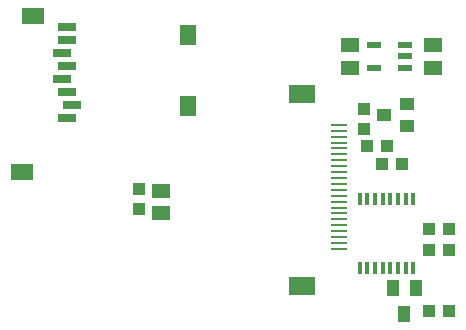
<source format=gbr>
G04 EAGLE Gerber RS-274X export*
G75*
%MOMM*%
%FSLAX34Y34*%
%LPD*%
%INSolderpaste Top*%
%IPPOS*%
%AMOC8*
5,1,8,0,0,1.08239X$1,22.5*%
G01*
%ADD10R,1.900000X1.400000*%
%ADD11R,1.400000X1.800000*%
%ADD12R,1.500000X0.700000*%
%ADD13R,1.200000X0.550000*%
%ADD14R,1.500000X1.240000*%
%ADD15R,1.075000X1.000000*%
%ADD16R,1.200000X1.000000*%
%ADD17R,1.000000X1.075000*%
%ADD18R,1.400000X0.250000*%
%ADD19R,2.200000X1.600000*%
%ADD20R,0.304800X0.990600*%
%ADD21R,1.000000X1.400000*%


D10*
X-27450Y303340D03*
X-36450Y171340D03*
D11*
X103550Y287340D03*
X103550Y227340D03*
D12*
X1550Y294340D03*
X1550Y283340D03*
X-2450Y272340D03*
X1550Y261340D03*
X-2450Y250340D03*
X1550Y239340D03*
X5550Y228340D03*
X1550Y217340D03*
D13*
X287320Y259740D03*
X287320Y269240D03*
X287320Y278740D03*
X261320Y278740D03*
X261320Y259740D03*
D14*
X311150Y278740D03*
X311150Y259740D03*
X241300Y259740D03*
X241300Y278740D03*
X81280Y155550D03*
X81280Y136550D03*
D15*
X285360Y177800D03*
X268360Y177800D03*
D16*
X269400Y219710D03*
X289400Y229210D03*
X289400Y210210D03*
D15*
X324730Y123190D03*
X307730Y123190D03*
X324730Y53340D03*
X307730Y53340D03*
X324730Y105410D03*
X307730Y105410D03*
D17*
X252730Y224400D03*
X252730Y207400D03*
D18*
X231690Y211250D03*
X231690Y206250D03*
X231690Y201250D03*
X231690Y196250D03*
X231690Y191250D03*
X231690Y186250D03*
X231690Y181250D03*
X231690Y176250D03*
X231690Y171250D03*
X231690Y166250D03*
X231690Y161250D03*
X231690Y156250D03*
X231690Y151250D03*
X231690Y146250D03*
X231690Y141250D03*
X231690Y136250D03*
X231690Y131250D03*
X231690Y126250D03*
X231690Y121250D03*
X231690Y116250D03*
X231690Y111250D03*
X231690Y106250D03*
D19*
X200190Y237750D03*
X200190Y74750D03*
D15*
X255660Y193040D03*
X272660Y193040D03*
D17*
X62230Y157090D03*
X62230Y140090D03*
D20*
X294530Y148558D03*
X288030Y148558D03*
X281530Y148558D03*
X275030Y148558D03*
X268530Y148558D03*
X262030Y148558D03*
X255530Y148558D03*
X249030Y148558D03*
X249030Y90202D03*
X255530Y90202D03*
X262030Y90202D03*
X268530Y90202D03*
X275030Y90202D03*
X281530Y90202D03*
X288030Y90202D03*
X294530Y90202D03*
D21*
X287020Y51230D03*
X277520Y73230D03*
X296520Y73230D03*
M02*

</source>
